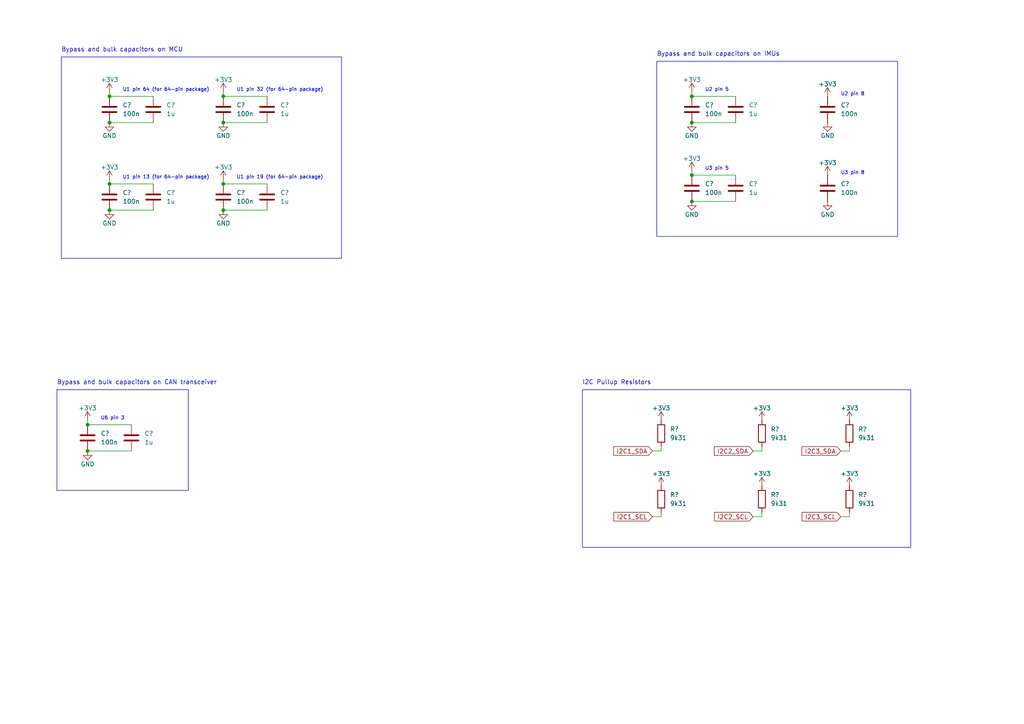
<source format=kicad_sch>
(kicad_sch (version 20231120) (generator "eeschema") (generator_version "8.0")
  (paper "A4")
  (lib_symbols
    (symbol "Device:C" (pin_numbers hide) (pin_names (offset 0.254))
      (property "Reference" "C" (at 0.635 2.54 0))
      (property "Value" "C" (at 0.635 -2.54 0))
      (symbol "C_0_1"
        (polyline (pts (xy -2.032 -0.762) (xy 2.032 -0.762)) (stroke (width 0.508)))
        (polyline (pts (xy -2.032 0.762) (xy 2.032 0.762)) (stroke (width 0.508)))
      )
      (symbol "C_1_1"
        (pin passive line (at 0 3.81 270) (length 2.794) (name "~") (number "1"))
        (pin passive line (at 0 -3.81 90) (length 2.794) (name "~") (number "2"))
      )
    )
    (symbol "Device:R" (pin_numbers hide) (pin_names (offset 0))
      (property "Reference" "R" (at 2.032 0 90))
      (property "Value" "R" (at 0 0 90))
      (symbol "R_0_1"
        (rectangle (start -1.016 -2.54) (end 1.016 2.54) (stroke (width 0.254)))
      )
      (symbol "R_1_1"
        (pin passive line (at 0 3.81 270) (length 1.27) (name "~") (number "1"))
        (pin passive line (at 0 -3.81 90) (length 1.27) (name "~") (number "2"))
      )
    )
    (symbol "power:+3V3" (power) (pin_numbers hide) (pin_names (offset 0) hide)
      (property "Value" "+3V3" (at 0 3.556 0))
      (symbol "+3V3_0_1"
        (polyline (pts (xy -0.762 1.27) (xy 0 2.54)))
        (polyline (pts (xy 0 0) (xy 0 2.54)))
        (polyline (pts (xy 0 2.54) (xy 0.762 1.27)))
      )
      (symbol "+3V3_1_1"
        (pin power_in line (at 0 0 90) (length 0) (name "~") (number "1"))
      )
    )
    (symbol "power:GND" (power) (pin_numbers hide) (pin_names (offset 0) hide)
      (property "Value" "GND" (at 0 -3.81 0))
      (symbol "GND_0_1"
        (polyline (pts (xy 0 0) (xy 0 -1.27) (xy 1.27 -1.27) (xy 0 -2.54) (xy -1.27 -1.27) (xy 0 -1.27)))
      )
      (symbol "GND_1_1"
        (pin power_in line (at 0 0 270) (length 0) (name "~") (number "1"))
      )
    )
  )
  (junction (at 200.66 35.56))
  (junction (at 25.4 130.81))
  (junction (at 64.77 35.56))
  (junction (at 31.75 60.96))
  (junction (at 31.75 53.34))
  (junction (at 64.77 60.96))
  (junction (at 200.66 58.42))
  (junction (at 200.66 50.8))
  (junction (at 64.77 27.94))
  (junction (at 200.66 27.94))
  (junction (at 31.75 35.56))
  (junction (at 31.75 27.94))
  (junction (at 64.77 53.34))
  (junction (at 25.4 123.19))
  (wire (pts (xy 246.38 130.81) (xy 246.38 129.54)))
  (wire (pts (xy 213.36 50.8) (xy 200.66 50.8)))
  (wire (pts (xy 64.77 52.07) (xy 64.77 53.34)))
  (wire (pts (xy 200.66 58.42) (xy 213.36 58.42)))
  (wire (pts (xy 200.66 35.56) (xy 213.36 35.56)))
  (wire (pts (xy 200.66 49.53) (xy 200.66 50.8)))
  (wire (pts (xy 38.1 123.19) (xy 25.4 123.19)))
  (wire (pts (xy 64.77 35.56) (xy 77.47 35.56)))
  (wire (pts (xy 200.66 26.67) (xy 200.66 27.94)))
  (wire (pts (xy 31.75 60.96) (xy 44.45 60.96)))
  (wire (pts (xy 77.47 53.34) (xy 64.77 53.34)))
  (wire (pts (xy 246.38 149.86) (xy 243.84 149.86)))
  (wire (pts (xy 44.45 53.34) (xy 31.75 53.34)))
  (wire (pts (xy 213.36 27.94) (xy 200.66 27.94)))
  (wire (pts (xy 218.44 130.81) (xy 220.98 130.81)))
  (wire (pts (xy 246.38 148.59) (xy 246.38 149.86)))
  (wire (pts (xy 31.75 52.07) (xy 31.75 53.34)))
  (wire (pts (xy 31.75 35.56) (xy 44.45 35.56)))
  (wire (pts (xy 243.84 130.81) (xy 246.38 130.81)))
  (wire (pts (xy 220.98 148.59) (xy 220.98 149.86)))
  (wire (pts (xy 220.98 130.81) (xy 220.98 129.54)))
  (wire (pts (xy 64.77 26.67) (xy 64.77 27.94)))
  (wire (pts (xy 191.77 148.59) (xy 191.77 149.86)))
  (wire (pts (xy 77.47 27.94) (xy 64.77 27.94)))
  (wire (pts (xy 25.4 130.81) (xy 38.1 130.81)))
  (wire (pts (xy 44.45 27.94) (xy 31.75 27.94)))
  (wire (pts (xy 64.77 60.96) (xy 77.47 60.96)))
  (wire (pts (xy 25.4 121.92) (xy 25.4 123.19)))
  (wire (pts (xy 220.98 149.86) (xy 218.44 149.86)))
  (wire (pts (xy 31.75 26.67) (xy 31.75 27.94)))
  (wire (pts (xy 191.77 130.81) (xy 191.77 129.54)))
  (wire (pts (xy 189.23 130.81) (xy 191.77 130.81)))
  (wire (pts (xy 191.77 149.86) (xy 189.23 149.86)))
  (rectangle (start 190.5 17.78) (end 260.35 68.58))
  (rectangle (start 17.78 16.51) (end 99.06 74.93))
  (rectangle (start 168.91 113.03) (end 264.16 158.75))
  (rectangle (start 16.51 113.03) (end 54.61 142.24))
  (text "U2 pin 5" (at 204.47 26.67 0) (effects (font (size 1 1)) (justify left bottom)))
  (text "U1 pin 19 (for 64-pin package)" (at 68.58 52.07 0) (effects (font (size 1 1)) (justify left bottom)))
  (text "U6 pin 3" (at 29.21 121.92 0) (effects (font (size 1 1)) (justify left bottom)))
  (text "U1 pin 32 (for 64-pin package)" (at 68.58 26.67 0) (effects (font (size 1 1)) (justify left bottom)))
  (text "U3 pin 5" (at 204.47 49.53 0) (effects (font (size 1 1)) (justify left bottom)))
  (text "Bypass and bulk capacitors on MCU" (at 17.78 15.24 0) (effects (font (size 1.27 1.27)) (justify left bottom)))
  (text "U2 pin 8" (at 243.84 27.94 0) (effects (font (size 1 1)) (justify left bottom)))
  (text "U1 pin 13 (for 64-pin package)" (at 35.56 52.07 0) (effects (font (size 1 1)) (justify left bottom)))
  (text "Bypass and bulk capacitors on CAN transceiver" (at 16.51 111.76 0) (effects (font (size 1.27 1.27)) (justify left bottom)))
  (text "U3 pin 8" (at 243.84 50.8 0) (effects (font (size 1 1)) (justify left bottom)))
  (text "Bypass and bulk capacitors on IMUs" (at 190.5 16.51 0) (effects (font (size 1.27 1.27)) (justify left bottom)))
  (text "I2C Pullup Resistors" (at 168.91 111.76 0) (effects (font (size 1.27 1.27)) (justify left bottom)))
  (text "U1 pin 64 (for 64-pin package)" (at 35.56 26.67 0) (effects (font (size 1 1)) (justify left bottom)))
  (global_label "I2C2_SDA" (shape input) (at 218.44 130.81 180) (property "Intersheetrefs" "${INTERSHEET_REFS}" (effects (hide yes))))
  (global_label "I2C3_SDA" (shape input) (at 243.84 130.81 180) (property "Intersheetrefs" "${INTERSHEET_REFS}" (effects (hide yes))))
  (global_label "I2C1_SDA" (shape input) (at 189.23 130.81 180) (property "Intersheetrefs" "${INTERSHEET_REFS}" (effects (hide yes))))
  (global_label "I2C3_SCL" (shape input) (at 243.84 149.86 180) (property "Intersheetrefs" "${INTERSHEET_REFS}" (effects (hide yes))))
  (global_label "I2C2_SCL" (shape input) (at 218.44 149.86 180) (property "Intersheetrefs" "${INTERSHEET_REFS}" (effects (hide yes))))
  (global_label "I2C1_SCL" (shape input) (at 189.23 149.86 180) (property "Intersheetrefs" "${INTERSHEET_REFS}" (effects (hide yes))))
  (symbol (lib_id "Device:R") (at 191.77 144.78 0) (unit 1)
    (property "Reference" "R?" (at 194.31 143.51 0) (effects (justify left)))
    (property "Value" "9k31" (at 194.31 146.05 0) (effects (justify left)))
    (property "Footprint" "footprints:Nondescript_R_0402_1005Metric" (effects (hide yes)))
    (property "MPN" "C270572" (effects (hide yes)))
    (property "Manufacturer" "UNI-ROYAL(Uniroyal Elec)" (effects (hide yes)))
    (property "Manufacturer Part Number" "0402WGF9311TCE" (effects (hide yes)))
    (property "Active" "Y" (effects (hide yes)))
    (property "Basic or Extended Component" "Basic" (effects (hide yes)))
  )
  (symbol (lib_id "power:+3V3") (at 240.03 50.8 0) (unit 1)
    (property "Reference" "#PWR063" (effects (hide yes)))
    (property "Value" "+3V3" (at 240.03 47.244 0))
  )
  (symbol (lib_id "Device:C") (at 64.77 31.75 0) (unit 1)
    (property "Reference" "C?" (at 68.58 30.48 0) (effects (justify left)))
    (property "Value" "100n" (at 68.58 33.02 0) (effects (justify left)))
    (property "Footprint" "footprints:Nondescript_C_0402_1005Metric" (effects (hide yes)))
    (property "Active" "Y" (effects (hide yes)))
    (property "MPN" "C1525" (effects (hide yes)))
    (property "Manufacturer" "Samsung Electro-Mechanics" (effects (hide yes)))
    (property "Manufacturer Part Number" "CL05B104KO5NNNC" (effects (hide yes)))
    (property "Basic or Extended Component" "Basic" (effects (hide yes)))
  )
  (symbol (lib_id "power:+3V3") (at 64.77 26.67 0) (unit 1)
    (property "Reference" "#PWR049" (effects (hide yes)))
    (property "Value" "+3V3" (at 64.77 23.114 0))
  )
  (symbol (lib_id "power:+3V3") (at 220.98 140.97 0) (unit 1)
    (property "Reference" "#PWR060" (effects (hide yes)))
    (property "Value" "+3V3" (at 220.98 137.414 0))
  )
  (symbol (lib_id "power:+3V3") (at 240.03 27.94 0) (unit 1)
    (property "Reference" "#PWR061" (effects (hide yes)))
    (property "Value" "+3V3" (at 240.03 24.384 0))
  )
  (symbol (lib_id "Device:R") (at 246.38 144.78 0) (unit 1)
    (property "Reference" "R?" (at 248.92 143.51 0) (effects (justify left)))
    (property "Value" "9k31" (at 248.92 146.05 0) (effects (justify left)))
    (property "Footprint" "footprints:Nondescript_R_0402_1005Metric" (effects (hide yes)))
    (property "MPN" "C270572" (effects (hide yes)))
    (property "Manufacturer" "UNI-ROYAL(Uniroyal Elec)" (effects (hide yes)))
    (property "Manufacturer Part Number" "0402WGF9311TCE" (effects (hide yes)))
    (property "Active" "Y" (effects (hide yes)))
    (property "Basic or Extended Component" "Basic" (effects (hide yes)))
  )
  (symbol (lib_id "Device:C") (at 31.75 31.75 0) (unit 1)
    (property "Reference" "C?" (at 35.56 30.48 0) (effects (justify left)))
    (property "Value" "100n" (at 35.56 33.02 0) (effects (justify left)))
    (property "Footprint" "footprints:Nondescript_C_0402_1005Metric" (effects (hide yes)))
    (property "Active" "Y" (effects (hide yes)))
    (property "MPN" "C1525" (effects (hide yes)))
    (property "Manufacturer" "Samsung Electro-Mechanics" (effects (hide yes)))
    (property "Manufacturer Part Number" "CL05B104KO5NNNC" (effects (hide yes)))
    (property "Basic or Extended Component" "Basic" (effects (hide yes)))
  )
  (symbol (lib_id "power:GND") (at 31.75 35.56 0) (unit 1)
    (property "Reference" "#PWR046" (effects (hide yes)))
    (property "Value" "GND" (at 31.75 39.37 0))
  )
  (symbol (lib_id "power:GND") (at 240.03 35.56 0) (unit 1)
    (property "Reference" "#PWR062" (effects (hide yes)))
    (property "Value" "GND" (at 240.03 39.37 0))
  )
  (symbol (lib_id "power:+3V3") (at 246.38 121.92 0) (unit 1)
    (property "Reference" "#PWR065" (effects (hide yes)))
    (property "Value" "+3V3" (at 246.38 118.364 0))
  )
  (symbol (lib_id "power:+3V3") (at 200.66 26.67 0) (unit 1)
    (property "Reference" "#PWR055" (effects (hide yes)))
    (property "Value" "+3V3" (at 200.66 23.114 0))
  )
  (symbol (lib_id "Device:C") (at 25.4 127 0) (unit 1)
    (property "Reference" "C?" (at 29.21 125.73 0) (effects (justify left)))
    (property "Value" "100n" (at 29.21 128.27 0) (effects (justify left)))
    (property "Footprint" "footprints:Nondescript_C_0402_1005Metric" (effects (hide yes)))
    (property "Active" "Y" (effects (hide yes)))
    (property "MPN" "C1525" (effects (hide yes)))
    (property "Manufacturer" "Samsung Electro-Mechanics" (effects (hide yes)))
    (property "Manufacturer Part Number" "CL05B104KO5NNNC" (effects (hide yes)))
    (property "Basic or Extended Component" "Basic" (effects (hide yes)))
  )
  (symbol (lib_id "Device:C") (at 240.03 31.75 0) (unit 1)
    (property "Reference" "C?" (at 243.84 30.48 0) (effects (justify left)))
    (property "Value" "100n" (at 243.84 33.02 0) (effects (justify left)))
    (property "Footprint" "footprints:Nondescript_C_0402_1005Metric" (effects (hide yes)))
    (property "Active" "Y" (effects (hide yes)))
    (property "MPN" "C1525" (effects (hide yes)))
    (property "Manufacturer" "Samsung Electro-Mechanics" (effects (hide yes)))
    (property "Manufacturer Part Number" "CL05B104KO5NNNC" (effects (hide yes)))
    (property "Basic or Extended Component" "Basic" (effects (hide yes)))
  )
  (symbol (lib_id "Device:R") (at 220.98 144.78 0) (unit 1)
    (property "Reference" "R?" (at 223.52 143.51 0) (effects (justify left)))
    (property "Value" "9k31" (at 223.52 146.05 0) (effects (justify left)))
    (property "Footprint" "footprints:Nondescript_R_0402_1005Metric" (effects (hide yes)))
    (property "MPN" "C270572" (effects (hide yes)))
    (property "Manufacturer" "UNI-ROYAL(Uniroyal Elec)" (effects (hide yes)))
    (property "Manufacturer Part Number" "0402WGF9311TCE" (effects (hide yes)))
    (property "Active" "Y" (effects (hide yes)))
    (property "Basic or Extended Component" "Basic" (effects (hide yes)))
  )
  (symbol (lib_id "Device:C") (at 77.47 57.15 0) (unit 1)
    (property "Reference" "C?" (at 81.28 55.88 0) (effects (justify left)))
    (property "Value" "1u" (at 81.28 58.42 0) (effects (justify left)))
    (property "Footprint" "footprints:Nondescript_C_0402_1005Metric" (effects (hide yes)))
    (property "Active" "Y" (effects (hide yes)))
    (property "MPN" "C52923" (effects (hide yes)))
    (property "Manufacturer" "Samsung Electro-Mechanics" (effects (hide yes)))
    (property "Manufacturer Part Number" "CL05A105KA5NQNC" (effects (hide yes)))
    (property "Basic or Extended Component" "Basic" (effects (hide yes)))
  )
  (symbol (lib_id "Device:C") (at 77.47 31.75 0) (unit 1)
    (property "Reference" "C?" (at 81.28 30.48 0) (effects (justify left)))
    (property "Value" "1u" (at 81.28 33.02 0) (effects (justify left)))
    (property "Footprint" "footprints:Nondescript_C_0402_1005Metric" (effects (hide yes)))
    (property "Active" "Y" (effects (hide yes)))
    (property "MPN" "C52923" (effects (hide yes)))
    (property "Manufacturer" "Samsung Electro-Mechanics" (effects (hide yes)))
    (property "Manufacturer Part Number" "CL05A105KA5NQNC" (effects (hide yes)))
    (property "Basic or Extended Component" "Basic" (effects (hide yes)))
  )
  (symbol (lib_id "Device:C") (at 31.75 57.15 0) (unit 1)
    (property "Reference" "C?" (at 35.56 55.88 0) (effects (justify left)))
    (property "Value" "100n" (at 35.56 58.42 0) (effects (justify left)))
    (property "Footprint" "footprints:Nondescript_C_0402_1005Metric" (effects (hide yes)))
    (property "Active" "Y" (effects (hide yes)))
    (property "MPN" "C1525" (effects (hide yes)))
    (property "Manufacturer" "Samsung Electro-Mechanics" (effects (hide yes)))
    (property "Manufacturer Part Number" "CL05B104KO5NNNC" (effects (hide yes)))
    (property "Basic or Extended Component" "Basic" (effects (hide yes)))
  )
  (symbol (lib_id "Device:C") (at 38.1 127 0) (unit 1)
    (property "Reference" "C?" (at 41.91 125.73 0) (effects (justify left)))
    (property "Value" "1u" (at 41.91 128.27 0) (effects (justify left)))
    (property "Footprint" "footprints:Nondescript_C_0402_1005Metric" (effects (hide yes)))
    (property "Active" "Y" (effects (hide yes)))
    (property "MPN" "C52923" (effects (hide yes)))
    (property "Manufacturer" "Samsung Electro-Mechanics" (effects (hide yes)))
    (property "Manufacturer Part Number" "CL05A105KA5NQNC" (effects (hide yes)))
    (property "Basic or Extended Component" "Basic" (effects (hide yes)))
  )
  (symbol (lib_id "power:+3V3") (at 246.38 140.97 0) (unit 1)
    (property "Reference" "#PWR066" (effects (hide yes)))
    (property "Value" "+3V3" (at 246.38 137.414 0))
  )
  (symbol (lib_id "power:+3V3") (at 220.98 121.92 0) (unit 1)
    (property "Reference" "#PWR059" (effects (hide yes)))
    (property "Value" "+3V3" (at 220.98 118.364 0))
  )
  (symbol (lib_id "Device:C") (at 200.66 31.75 0) (unit 1)
    (property "Reference" "C?" (at 204.47 30.48 0) (effects (justify left)))
    (property "Value" "100n" (at 204.47 33.02 0) (effects (justify left)))
    (property "Footprint" "footprints:Nondescript_C_0402_1005Metric" (effects (hide yes)))
    (property "Active" "Y" (effects (hide yes)))
    (property "MPN" "C1525" (effects (hide yes)))
    (property "Manufacturer" "Samsung Electro-Mechanics" (effects (hide yes)))
    (property "Manufacturer Part Number" "CL05B104KO5NNNC" (effects (hide yes)))
    (property "Basic or Extended Component" "Basic" (effects (hide yes)))
  )
  (symbol (lib_id "power:+3V3") (at 200.66 49.53 0) (unit 1)
    (property "Reference" "#PWR057" (effects (hide yes)))
    (property "Value" "+3V3" (at 200.66 45.974 0))
  )
  (symbol (lib_id "power:+3V3") (at 191.77 121.92 0) (unit 1)
    (property "Reference" "#PWR053" (effects (hide yes)))
    (property "Value" "+3V3" (at 191.77 118.364 0))
  )
  (symbol (lib_id "Device:C") (at 44.45 31.75 0) (unit 1)
    (property "Reference" "C?" (at 48.26 30.48 0) (effects (justify left)))
    (property "Value" "1u" (at 48.26 33.02 0) (effects (justify left)))
    (property "Footprint" "footprints:Nondescript_C_0402_1005Metric" (effects (hide yes)))
    (property "Active" "Y" (effects (hide yes)))
    (property "MPN" "C52923" (effects (hide yes)))
    (property "Manufacturer" "Samsung Electro-Mechanics" (effects (hide yes)))
    (property "Manufacturer Part Number" "CL05A105KA5NQNC" (effects (hide yes)))
    (property "Basic or Extended Component" "Basic" (effects (hide yes)))
  )
  (symbol (lib_id "power:GND") (at 200.66 35.56 0) (unit 1)
    (property "Reference" "#PWR056" (effects (hide yes)))
    (property "Value" "GND" (at 200.66 39.37 0))
  )
  (symbol (lib_id "power:GND") (at 64.77 35.56 0) (unit 1)
    (property "Reference" "#PWR050" (effects (hide yes)))
    (property "Value" "GND" (at 64.77 39.37 0))
  )
  (symbol (lib_id "power:GND") (at 31.75 60.96 0) (unit 1)
    (property "Reference" "#PWR048" (effects (hide yes)))
    (property "Value" "GND" (at 31.75 64.77 0))
  )
  (symbol (lib_id "power:+3V3") (at 64.77 52.07 0) (unit 1)
    (property "Reference" "#PWR051" (effects (hide yes)))
    (property "Value" "+3V3" (at 64.77 48.514 0))
  )
  (symbol (lib_id "Device:C") (at 200.66 54.61 0) (unit 1)
    (property "Reference" "C?" (at 204.47 53.34 0) (effects (justify left)))
    (property "Value" "100n" (at 204.47 55.88 0) (effects (justify left)))
    (property "Footprint" "footprints:Nondescript_C_0402_1005Metric" (effects (hide yes)))
    (property "Active" "Y" (effects (hide yes)))
    (property "MPN" "C1525" (effects (hide yes)))
    (property "Manufacturer" "Samsung Electro-Mechanics" (effects (hide yes)))
    (property "Manufacturer Part Number" "CL05B104KO5NNNC" (effects (hide yes)))
    (property "Basic or Extended Component" "Basic" (effects (hide yes)))
  )
  (symbol (lib_id "power:GND") (at 240.03 58.42 0) (unit 1)
    (property "Reference" "#PWR064" (effects (hide yes)))
    (property "Value" "GND" (at 240.03 62.23 0))
  )
  (symbol (lib_id "Device:R") (at 220.98 125.73 0) (unit 1)
    (property "Reference" "R?" (at 223.52 124.46 0) (effects (justify left)))
    (property "Value" "9k31" (at 223.52 127 0) (effects (justify left)))
    (property "Footprint" "footprints:Nondescript_R_0402_1005Metric" (effects (hide yes)))
    (property "MPN" "C270572" (effects (hide yes)))
    (property "Manufacturer" "UNI-ROYAL(Uniroyal Elec)" (effects (hide yes)))
    (property "Manufacturer Part Number" "0402WGF9311TCE" (effects (hide yes)))
    (property "Active" "Y" (effects (hide yes)))
    (property "Basic or Extended Component" "Basic" (effects (hide yes)))
  )
  (symbol (lib_id "Device:C") (at 213.36 54.61 0) (unit 1)
    (property "Reference" "C?" (at 217.17 53.34 0) (effects (justify left)))
    (property "Value" "1u" (at 217.17 55.88 0) (effects (justify left)))
    (property "Footprint" "footprints:Nondescript_C_0402_1005Metric" (effects (hide yes)))
    (property "Active" "Y" (effects (hide yes)))
    (property "MPN" "C52923" (effects (hide yes)))
    (property "Manufacturer" "Samsung Electro-Mechanics" (effects (hide yes)))
    (property "Manufacturer Part Number" "CL05A105KA5NQNC" (effects (hide yes)))
    (property "Basic or Extended Component" "Basic" (effects (hide yes)))
  )
  (symbol (lib_id "Device:C") (at 240.03 54.61 0) (unit 1)
    (property "Reference" "C?" (at 243.84 53.34 0) (effects (justify left)))
    (property "Value" "100n" (at 243.84 55.88 0) (effects (justify left)))
    (property "Footprint" "footprints:Nondescript_C_0402_1005Metric" (effects (hide yes)))
    (property "Active" "Y" (effects (hide yes)))
    (property "MPN" "C1525" (effects (hide yes)))
    (property "Manufacturer" "Samsung Electro-Mechanics" (effects (hide yes)))
    (property "Manufacturer Part Number" "CL05B104KO5NNNC" (effects (hide yes)))
    (property "Basic or Extended Component" "Basic" (effects (hide yes)))
  )
  (symbol (lib_id "power:+3V3") (at 191.77 140.97 0) (unit 1)
    (property "Reference" "#PWR054" (effects (hide yes)))
    (property "Value" "+3V3" (at 191.77 137.414 0))
  )
  (symbol (lib_id "power:GND") (at 25.4 130.81 0) (unit 1)
    (property "Reference" "#PWR044" (effects (hide yes)))
    (property "Value" "GND" (at 25.4 134.62 0))
  )
  (symbol (lib_id "power:+3V3") (at 31.75 26.67 0) (unit 1)
    (property "Reference" "#PWR045" (effects (hide yes)))
    (property "Value" "+3V3" (at 31.75 23.114 0))
  )
  (symbol (lib_id "power:GND") (at 200.66 58.42 0) (unit 1)
    (property "Reference" "#PWR058" (effects (hide yes)))
    (property "Value" "GND" (at 200.66 62.23 0))
  )
  (symbol (lib_id "Device:C") (at 44.45 57.15 0) (unit 1)
    (property "Reference" "C?" (at 48.26 55.88 0) (effects (justify left)))
    (property "Value" "1u" (at 48.26 58.42 0) (effects (justify left)))
    (property "Footprint" "footprints:Nondescript_C_0402_1005Metric" (effects (hide yes)))
    (property "Active" "Y" (effects (hide yes)))
    (property "MPN" "C52923" (effects (hide yes)))
    (property "Manufacturer" "Samsung Electro-Mechanics" (effects (hide yes)))
    (property "Manufacturer Part Number" "CL05A105KA5NQNC" (effects (hide yes)))
    (property "Basic or Extended Component" "Basic" (effects (hide yes)))
  )
  (symbol (lib_id "power:GND") (at 64.77 60.96 0) (unit 1)
    (property "Reference" "#PWR052" (effects (hide yes)))
    (property "Value" "GND" (at 64.77 64.77 0))
  )
  (symbol (lib_id "power:+3V3") (at 31.75 52.07 0) (unit 1)
    (property "Reference" "#PWR047" (effects (hide yes)))
    (property "Value" "+3V3" (at 31.75 48.514 0))
  )
  (symbol (lib_id "power:+3V3") (at 25.4 121.92 0) (unit 1)
    (property "Reference" "#PWR043" (effects (hide yes)))
    (property "Value" "+3V3" (at 25.4 118.364 0))
  )
  (symbol (lib_id "Device:R") (at 191.77 125.73 0) (unit 1)
    (property "Reference" "R?" (at 194.31 124.46 0) (effects (justify left)))
    (property "Value" "9k31" (at 194.31 127 0) (effects (justify left)))
    (property "Footprint" "footprints:Nondescript_R_0402_1005Metric" (effects (hide yes)))
    (property "MPN" "C270572" (effects (hide yes)))
    (property "Manufacturer" "UNI-ROYAL(Uniroyal Elec)" (effects (hide yes)))
    (property "Manufacturer Part Number" "0402WGF9311TCE" (effects (hide yes)))
    (property "Active" "Y" (effects (hide yes)))
    (property "Basic or Extended Component" "Basic" (effects (hide yes)))
  )
  (symbol (lib_id "Device:R") (at 246.38 125.73 0) (unit 1)
    (property "Reference" "R?" (at 248.92 124.46 0) (effects (justify left)))
    (property "Value" "9k31" (at 248.92 127 0) (effects (justify left)))
    (property "Footprint" "footprints:Nondescript_R_0402_1005Metric" (effects (hide yes)))
    (property "MPN" "C270572" (effects (hide yes)))
    (property "Manufacturer" "UNI-ROYAL(Uniroyal Elec)" (effects (hide yes)))
    (property "Manufacturer Part Number" "0402WGF9311TCE" (effects (hide yes)))
    (property "Active" "Y" (effects (hide yes)))
    (property "Basic or Extended Component" "Basic" (effects (hide yes)))
  )
  (symbol (lib_id "Device:C") (at 64.77 57.15 0) (unit 1)
    (property "Reference" "C?" (at 68.58 55.88 0) (effects (justify left)))
    (property "Value" "100n" (at 68.58 58.42 0) (effects (justify left)))
    (property "Footprint" "footprints:Nondescript_C_0402_1005Metric" (effects (hide yes)))
    (property "Active" "Y" (effects (hide yes)))
    (property "MPN" "C1525" (effects (hide yes)))
    (property "Manufacturer" "Samsung Electro-Mechanics" (effects (hide yes)))
    (property "Manufacturer Part Number" "CL05B104KO5NNNC" (effects (hide yes)))
    (property "Basic or Extended Component" "Basic" (effects (hide yes)))
  )
  (symbol (lib_id "Device:C") (at 213.36 31.75 0) (unit 1)
    (property "Reference" "C?" (at 217.17 30.48 0) (effects (justify left)))
    (property "Value" "1u" (at 217.17 33.02 0) (effects (justify left)))
    (property "Footprint" "footprints:Nondescript_C_0402_1005Metric" (effects (hide yes)))
    (property "Active" "Y" (effects (hide yes)))
    (property "MPN" "C52923" (effects (hide yes)))
    (property "Manufacturer" "Samsung Electro-Mechanics" (effects (hide yes)))
    (property "Manufacturer Part Number" "CL05A105KA5NQNC" (effects (hide yes)))
    (property "Basic or Extended Component" "Basic" (effects (hide yes)))
  )
)
</source>
